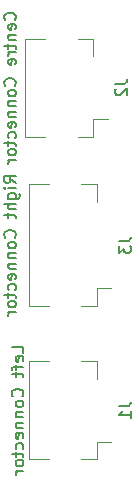
<source format=gbr>
%TF.GenerationSoftware,KiCad,Pcbnew,(6.0.1)*%
%TF.CreationDate,2022-07-17T20:34:33+01:00*%
%TF.ProjectId,psp-bluetooth,7073702d-626c-4756-9574-6f6f74682e6b,rev?*%
%TF.SameCoordinates,Original*%
%TF.FileFunction,Legend,Bot*%
%TF.FilePolarity,Positive*%
%FSLAX46Y46*%
G04 Gerber Fmt 4.6, Leading zero omitted, Abs format (unit mm)*
G04 Created by KiCad (PCBNEW (6.0.1)) date 2022-07-17 20:34:33*
%MOMM*%
%LPD*%
G01*
G04 APERTURE LIST*
%ADD10C,0.150000*%
%ADD11C,0.120000*%
G04 APERTURE END LIST*
D10*
X115927142Y-63476904D02*
X115974761Y-63429285D01*
X116022380Y-63286428D01*
X116022380Y-63191190D01*
X115974761Y-63048333D01*
X115879523Y-62953095D01*
X115784285Y-62905476D01*
X115593809Y-62857857D01*
X115450952Y-62857857D01*
X115260476Y-62905476D01*
X115165238Y-62953095D01*
X115070000Y-63048333D01*
X115022380Y-63191190D01*
X115022380Y-63286428D01*
X115070000Y-63429285D01*
X115117619Y-63476904D01*
X115974761Y-64286428D02*
X116022380Y-64191190D01*
X116022380Y-64000714D01*
X115974761Y-63905476D01*
X115879523Y-63857857D01*
X115498571Y-63857857D01*
X115403333Y-63905476D01*
X115355714Y-64000714D01*
X115355714Y-64191190D01*
X115403333Y-64286428D01*
X115498571Y-64334047D01*
X115593809Y-64334047D01*
X115689047Y-63857857D01*
X115355714Y-64762619D02*
X116022380Y-64762619D01*
X115450952Y-64762619D02*
X115403333Y-64810238D01*
X115355714Y-64905476D01*
X115355714Y-65048333D01*
X115403333Y-65143571D01*
X115498571Y-65191190D01*
X116022380Y-65191190D01*
X115355714Y-65524523D02*
X115355714Y-65905476D01*
X115022380Y-65667380D02*
X115879523Y-65667380D01*
X115974761Y-65715000D01*
X116022380Y-65810238D01*
X116022380Y-65905476D01*
X116022380Y-66238809D02*
X115355714Y-66238809D01*
X115546190Y-66238809D02*
X115450952Y-66286428D01*
X115403333Y-66334047D01*
X115355714Y-66429285D01*
X115355714Y-66524523D01*
X115974761Y-67238809D02*
X116022380Y-67143571D01*
X116022380Y-66953095D01*
X115974761Y-66857857D01*
X115879523Y-66810238D01*
X115498571Y-66810238D01*
X115403333Y-66857857D01*
X115355714Y-66953095D01*
X115355714Y-67143571D01*
X115403333Y-67238809D01*
X115498571Y-67286428D01*
X115593809Y-67286428D01*
X115689047Y-66810238D01*
X115927142Y-69048333D02*
X115974761Y-69000714D01*
X116022380Y-68857857D01*
X116022380Y-68762619D01*
X115974761Y-68619761D01*
X115879523Y-68524523D01*
X115784285Y-68476904D01*
X115593809Y-68429285D01*
X115450952Y-68429285D01*
X115260476Y-68476904D01*
X115165238Y-68524523D01*
X115070000Y-68619761D01*
X115022380Y-68762619D01*
X115022380Y-68857857D01*
X115070000Y-69000714D01*
X115117619Y-69048333D01*
X116022380Y-69619761D02*
X115974761Y-69524523D01*
X115927142Y-69476904D01*
X115831904Y-69429285D01*
X115546190Y-69429285D01*
X115450952Y-69476904D01*
X115403333Y-69524523D01*
X115355714Y-69619761D01*
X115355714Y-69762619D01*
X115403333Y-69857857D01*
X115450952Y-69905476D01*
X115546190Y-69953095D01*
X115831904Y-69953095D01*
X115927142Y-69905476D01*
X115974761Y-69857857D01*
X116022380Y-69762619D01*
X116022380Y-69619761D01*
X115355714Y-70381666D02*
X116022380Y-70381666D01*
X115450952Y-70381666D02*
X115403333Y-70429285D01*
X115355714Y-70524523D01*
X115355714Y-70667380D01*
X115403333Y-70762619D01*
X115498571Y-70810238D01*
X116022380Y-70810238D01*
X115355714Y-71286428D02*
X116022380Y-71286428D01*
X115450952Y-71286428D02*
X115403333Y-71334047D01*
X115355714Y-71429285D01*
X115355714Y-71572142D01*
X115403333Y-71667380D01*
X115498571Y-71715000D01*
X116022380Y-71715000D01*
X115974761Y-72572142D02*
X116022380Y-72476904D01*
X116022380Y-72286428D01*
X115974761Y-72191190D01*
X115879523Y-72143571D01*
X115498571Y-72143571D01*
X115403333Y-72191190D01*
X115355714Y-72286428D01*
X115355714Y-72476904D01*
X115403333Y-72572142D01*
X115498571Y-72619761D01*
X115593809Y-72619761D01*
X115689047Y-72143571D01*
X115974761Y-73476904D02*
X116022380Y-73381666D01*
X116022380Y-73191190D01*
X115974761Y-73095952D01*
X115927142Y-73048333D01*
X115831904Y-73000714D01*
X115546190Y-73000714D01*
X115450952Y-73048333D01*
X115403333Y-73095952D01*
X115355714Y-73191190D01*
X115355714Y-73381666D01*
X115403333Y-73476904D01*
X115355714Y-73762619D02*
X115355714Y-74143571D01*
X115022380Y-73905476D02*
X115879523Y-73905476D01*
X115974761Y-73953095D01*
X116022380Y-74048333D01*
X116022380Y-74143571D01*
X116022380Y-74619761D02*
X115974761Y-74524523D01*
X115927142Y-74476904D01*
X115831904Y-74429285D01*
X115546190Y-74429285D01*
X115450952Y-74476904D01*
X115403333Y-74524523D01*
X115355714Y-74619761D01*
X115355714Y-74762619D01*
X115403333Y-74857857D01*
X115450952Y-74905476D01*
X115546190Y-74953095D01*
X115831904Y-74953095D01*
X115927142Y-74905476D01*
X115974761Y-74857857D01*
X116022380Y-74762619D01*
X116022380Y-74619761D01*
X116022380Y-75381666D02*
X115355714Y-75381666D01*
X115546190Y-75381666D02*
X115450952Y-75429285D01*
X115403333Y-75476904D01*
X115355714Y-75572142D01*
X115355714Y-75667380D01*
X116022380Y-77288095D02*
X115546190Y-76954761D01*
X116022380Y-76716666D02*
X115022380Y-76716666D01*
X115022380Y-77097619D01*
X115070000Y-77192857D01*
X115117619Y-77240476D01*
X115212857Y-77288095D01*
X115355714Y-77288095D01*
X115450952Y-77240476D01*
X115498571Y-77192857D01*
X115546190Y-77097619D01*
X115546190Y-76716666D01*
X116022380Y-77716666D02*
X115355714Y-77716666D01*
X115022380Y-77716666D02*
X115070000Y-77669047D01*
X115117619Y-77716666D01*
X115070000Y-77764285D01*
X115022380Y-77716666D01*
X115117619Y-77716666D01*
X115355714Y-78621428D02*
X116165238Y-78621428D01*
X116260476Y-78573809D01*
X116308095Y-78526190D01*
X116355714Y-78430952D01*
X116355714Y-78288095D01*
X116308095Y-78192857D01*
X115974761Y-78621428D02*
X116022380Y-78526190D01*
X116022380Y-78335714D01*
X115974761Y-78240476D01*
X115927142Y-78192857D01*
X115831904Y-78145238D01*
X115546190Y-78145238D01*
X115450952Y-78192857D01*
X115403333Y-78240476D01*
X115355714Y-78335714D01*
X115355714Y-78526190D01*
X115403333Y-78621428D01*
X116022380Y-79097619D02*
X115022380Y-79097619D01*
X116022380Y-79526190D02*
X115498571Y-79526190D01*
X115403333Y-79478571D01*
X115355714Y-79383333D01*
X115355714Y-79240476D01*
X115403333Y-79145238D01*
X115450952Y-79097619D01*
X115355714Y-79859523D02*
X115355714Y-80240476D01*
X115022380Y-80002380D02*
X115879523Y-80002380D01*
X115974761Y-80050000D01*
X116022380Y-80145238D01*
X116022380Y-80240476D01*
X115927142Y-81907142D02*
X115974761Y-81859523D01*
X116022380Y-81716666D01*
X116022380Y-81621428D01*
X115974761Y-81478571D01*
X115879523Y-81383333D01*
X115784285Y-81335714D01*
X115593809Y-81288095D01*
X115450952Y-81288095D01*
X115260476Y-81335714D01*
X115165238Y-81383333D01*
X115070000Y-81478571D01*
X115022380Y-81621428D01*
X115022380Y-81716666D01*
X115070000Y-81859523D01*
X115117619Y-81907142D01*
X116022380Y-82478571D02*
X115974761Y-82383333D01*
X115927142Y-82335714D01*
X115831904Y-82288095D01*
X115546190Y-82288095D01*
X115450952Y-82335714D01*
X115403333Y-82383333D01*
X115355714Y-82478571D01*
X115355714Y-82621428D01*
X115403333Y-82716666D01*
X115450952Y-82764285D01*
X115546190Y-82811904D01*
X115831904Y-82811904D01*
X115927142Y-82764285D01*
X115974761Y-82716666D01*
X116022380Y-82621428D01*
X116022380Y-82478571D01*
X115355714Y-83240476D02*
X116022380Y-83240476D01*
X115450952Y-83240476D02*
X115403333Y-83288095D01*
X115355714Y-83383333D01*
X115355714Y-83526190D01*
X115403333Y-83621428D01*
X115498571Y-83669047D01*
X116022380Y-83669047D01*
X115355714Y-84145238D02*
X116022380Y-84145238D01*
X115450952Y-84145238D02*
X115403333Y-84192857D01*
X115355714Y-84288095D01*
X115355714Y-84430952D01*
X115403333Y-84526190D01*
X115498571Y-84573809D01*
X116022380Y-84573809D01*
X115974761Y-85430952D02*
X116022380Y-85335714D01*
X116022380Y-85145238D01*
X115974761Y-85050000D01*
X115879523Y-85002380D01*
X115498571Y-85002380D01*
X115403333Y-85050000D01*
X115355714Y-85145238D01*
X115355714Y-85335714D01*
X115403333Y-85430952D01*
X115498571Y-85478571D01*
X115593809Y-85478571D01*
X115689047Y-85002380D01*
X115974761Y-86335714D02*
X116022380Y-86240476D01*
X116022380Y-86050000D01*
X115974761Y-85954761D01*
X115927142Y-85907142D01*
X115831904Y-85859523D01*
X115546190Y-85859523D01*
X115450952Y-85907142D01*
X115403333Y-85954761D01*
X115355714Y-86050000D01*
X115355714Y-86240476D01*
X115403333Y-86335714D01*
X115355714Y-86621428D02*
X115355714Y-87002380D01*
X115022380Y-86764285D02*
X115879523Y-86764285D01*
X115974761Y-86811904D01*
X116022380Y-86907142D01*
X116022380Y-87002380D01*
X116022380Y-87478571D02*
X115974761Y-87383333D01*
X115927142Y-87335714D01*
X115831904Y-87288095D01*
X115546190Y-87288095D01*
X115450952Y-87335714D01*
X115403333Y-87383333D01*
X115355714Y-87478571D01*
X115355714Y-87621428D01*
X115403333Y-87716666D01*
X115450952Y-87764285D01*
X115546190Y-87811904D01*
X115831904Y-87811904D01*
X115927142Y-87764285D01*
X115974761Y-87716666D01*
X116022380Y-87621428D01*
X116022380Y-87478571D01*
X116022380Y-88240476D02*
X115355714Y-88240476D01*
X115546190Y-88240476D02*
X115450952Y-88288095D01*
X115403333Y-88335714D01*
X115355714Y-88430952D01*
X115355714Y-88526190D01*
X116657380Y-91686666D02*
X116657380Y-91210476D01*
X115657380Y-91210476D01*
X116609761Y-92400952D02*
X116657380Y-92305714D01*
X116657380Y-92115238D01*
X116609761Y-92020000D01*
X116514523Y-91972380D01*
X116133571Y-91972380D01*
X116038333Y-92020000D01*
X115990714Y-92115238D01*
X115990714Y-92305714D01*
X116038333Y-92400952D01*
X116133571Y-92448571D01*
X116228809Y-92448571D01*
X116324047Y-91972380D01*
X115990714Y-92734285D02*
X115990714Y-93115238D01*
X116657380Y-92877142D02*
X115800238Y-92877142D01*
X115705000Y-92924761D01*
X115657380Y-93020000D01*
X115657380Y-93115238D01*
X115990714Y-93305714D02*
X115990714Y-93686666D01*
X115657380Y-93448571D02*
X116514523Y-93448571D01*
X116609761Y-93496190D01*
X116657380Y-93591428D01*
X116657380Y-93686666D01*
X116562142Y-95353333D02*
X116609761Y-95305714D01*
X116657380Y-95162857D01*
X116657380Y-95067619D01*
X116609761Y-94924761D01*
X116514523Y-94829523D01*
X116419285Y-94781904D01*
X116228809Y-94734285D01*
X116085952Y-94734285D01*
X115895476Y-94781904D01*
X115800238Y-94829523D01*
X115705000Y-94924761D01*
X115657380Y-95067619D01*
X115657380Y-95162857D01*
X115705000Y-95305714D01*
X115752619Y-95353333D01*
X116657380Y-95924761D02*
X116609761Y-95829523D01*
X116562142Y-95781904D01*
X116466904Y-95734285D01*
X116181190Y-95734285D01*
X116085952Y-95781904D01*
X116038333Y-95829523D01*
X115990714Y-95924761D01*
X115990714Y-96067619D01*
X116038333Y-96162857D01*
X116085952Y-96210476D01*
X116181190Y-96258095D01*
X116466904Y-96258095D01*
X116562142Y-96210476D01*
X116609761Y-96162857D01*
X116657380Y-96067619D01*
X116657380Y-95924761D01*
X115990714Y-96686666D02*
X116657380Y-96686666D01*
X116085952Y-96686666D02*
X116038333Y-96734285D01*
X115990714Y-96829523D01*
X115990714Y-96972380D01*
X116038333Y-97067619D01*
X116133571Y-97115238D01*
X116657380Y-97115238D01*
X115990714Y-97591428D02*
X116657380Y-97591428D01*
X116085952Y-97591428D02*
X116038333Y-97639047D01*
X115990714Y-97734285D01*
X115990714Y-97877142D01*
X116038333Y-97972380D01*
X116133571Y-98020000D01*
X116657380Y-98020000D01*
X116609761Y-98877142D02*
X116657380Y-98781904D01*
X116657380Y-98591428D01*
X116609761Y-98496190D01*
X116514523Y-98448571D01*
X116133571Y-98448571D01*
X116038333Y-98496190D01*
X115990714Y-98591428D01*
X115990714Y-98781904D01*
X116038333Y-98877142D01*
X116133571Y-98924761D01*
X116228809Y-98924761D01*
X116324047Y-98448571D01*
X116609761Y-99781904D02*
X116657380Y-99686666D01*
X116657380Y-99496190D01*
X116609761Y-99400952D01*
X116562142Y-99353333D01*
X116466904Y-99305714D01*
X116181190Y-99305714D01*
X116085952Y-99353333D01*
X116038333Y-99400952D01*
X115990714Y-99496190D01*
X115990714Y-99686666D01*
X116038333Y-99781904D01*
X115990714Y-100067619D02*
X115990714Y-100448571D01*
X115657380Y-100210476D02*
X116514523Y-100210476D01*
X116609761Y-100258095D01*
X116657380Y-100353333D01*
X116657380Y-100448571D01*
X116657380Y-100924761D02*
X116609761Y-100829523D01*
X116562142Y-100781904D01*
X116466904Y-100734285D01*
X116181190Y-100734285D01*
X116085952Y-100781904D01*
X116038333Y-100829523D01*
X115990714Y-100924761D01*
X115990714Y-101067619D01*
X116038333Y-101162857D01*
X116085952Y-101210476D01*
X116181190Y-101258095D01*
X116466904Y-101258095D01*
X116562142Y-101210476D01*
X116609761Y-101162857D01*
X116657380Y-101067619D01*
X116657380Y-100924761D01*
X116657380Y-101686666D02*
X115990714Y-101686666D01*
X116181190Y-101686666D02*
X116085952Y-101734285D01*
X116038333Y-101781904D01*
X115990714Y-101877142D01*
X115990714Y-101972380D01*
%TO.C,J3*%
X124752380Y-82216666D02*
X125466666Y-82216666D01*
X125609523Y-82169047D01*
X125704761Y-82073809D01*
X125752380Y-81930952D01*
X125752380Y-81835714D01*
X124752380Y-82597619D02*
X124752380Y-83216666D01*
X125133333Y-82883333D01*
X125133333Y-83026190D01*
X125180952Y-83121428D01*
X125228571Y-83169047D01*
X125323809Y-83216666D01*
X125561904Y-83216666D01*
X125657142Y-83169047D01*
X125704761Y-83121428D01*
X125752380Y-83026190D01*
X125752380Y-82740476D01*
X125704761Y-82645238D01*
X125657142Y-82597619D01*
%TO.C,J1*%
X124752380Y-96186666D02*
X125466666Y-96186666D01*
X125609523Y-96139047D01*
X125704761Y-96043809D01*
X125752380Y-95900952D01*
X125752380Y-95805714D01*
X125752380Y-97186666D02*
X125752380Y-96615238D01*
X125752380Y-96900952D02*
X124752380Y-96900952D01*
X124895238Y-96805714D01*
X124990476Y-96710476D01*
X125038095Y-96615238D01*
%TO.C,J2*%
X124437380Y-68881666D02*
X125151666Y-68881666D01*
X125294523Y-68834047D01*
X125389761Y-68738809D01*
X125437380Y-68595952D01*
X125437380Y-68500714D01*
X124532619Y-69310238D02*
X124485000Y-69357857D01*
X124437380Y-69453095D01*
X124437380Y-69691190D01*
X124485000Y-69786428D01*
X124532619Y-69834047D01*
X124627857Y-69881666D01*
X124723095Y-69881666D01*
X124865952Y-69834047D01*
X125437380Y-69262619D01*
X125437380Y-69881666D01*
D11*
%TO.C,J3*%
X122900000Y-78890000D02*
X122900000Y-77400000D01*
X122900000Y-86210000D02*
X122900000Y-87700000D01*
X117100000Y-87700000D02*
X117100000Y-77400000D01*
X117100000Y-77400000D02*
X118840000Y-77400000D01*
X122900000Y-86210000D02*
X124100000Y-86210000D01*
X118840000Y-87700000D02*
X117100000Y-87700000D01*
X122900000Y-87700000D02*
X121560000Y-87700000D01*
X122900000Y-77400000D02*
X121560000Y-77400000D01*
%TO.C,J1*%
X122900000Y-92370000D02*
X121560000Y-92370000D01*
X118840000Y-100670000D02*
X117100000Y-100670000D01*
X122900000Y-93860000D02*
X122900000Y-92370000D01*
X122900000Y-100670000D02*
X121560000Y-100670000D01*
X122900000Y-99180000D02*
X122900000Y-100670000D01*
X117100000Y-92370000D02*
X118840000Y-92370000D01*
X117100000Y-100670000D02*
X117100000Y-92370000D01*
X122900000Y-99180000D02*
X124100000Y-99180000D01*
%TO.C,J2*%
X122585000Y-73365000D02*
X121245000Y-73365000D01*
X122585000Y-71875000D02*
X123785000Y-71875000D01*
X122585000Y-71875000D02*
X122585000Y-73365000D01*
X118525000Y-73365000D02*
X116785000Y-73365000D01*
X116785000Y-65065000D02*
X118525000Y-65065000D01*
X122585000Y-65065000D02*
X121245000Y-65065000D01*
X122585000Y-66555000D02*
X122585000Y-65065000D01*
X116785000Y-73365000D02*
X116785000Y-65065000D01*
%TD*%
M02*

</source>
